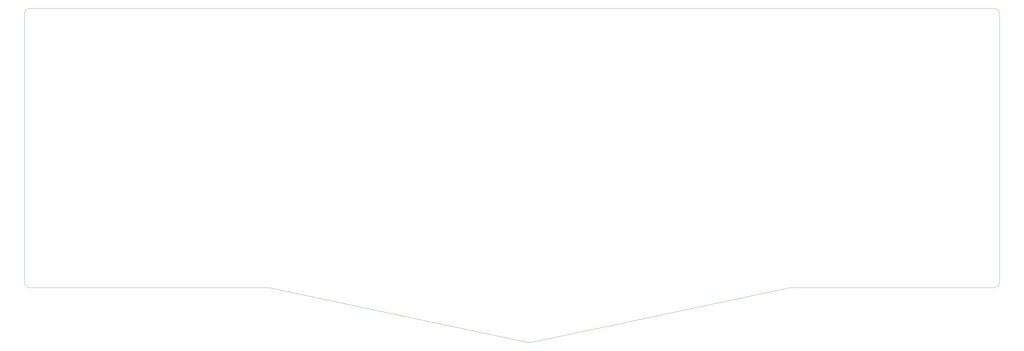
<source format=gbr>
%TF.GenerationSoftware,KiCad,Pcbnew,9.0.3*%
%TF.CreationDate,2025-08-01T16:02:23+05:00*%
%TF.ProjectId,bottom,626f7474-6f6d-42e6-9b69-6361645f7063,rev?*%
%TF.SameCoordinates,Original*%
%TF.FileFunction,Profile,NP*%
%FSLAX46Y46*%
G04 Gerber Fmt 4.6, Leading zero omitted, Abs format (unit mm)*
G04 Created by KiCad (PCBNEW 9.0.3) date 2025-08-01 16:02:23*
%MOMM*%
%LPD*%
G01*
G04 APERTURE LIST*
%TA.AperFunction,Profile*%
%ADD10C,0.050000*%
%TD*%
G04 APERTURE END LIST*
D10*
X38400100Y-84345000D02*
X38400100Y-177500000D01*
X38400100Y-84345000D02*
G75*
G02*
X40400100Y-82345000I2000000J0D01*
G01*
X40400100Y-179500000D02*
G75*
G02*
X38400100Y-177500000I0J2000000D01*
G01*
X374482600Y-82345000D02*
X40400100Y-82345000D01*
X213067164Y-198541623D02*
X123688213Y-179543704D01*
X374482600Y-179500000D02*
X303692808Y-179500000D01*
X374482600Y-82345000D02*
G75*
G02*
X376482600Y-84345000I0J-2000000D01*
G01*
X376482600Y-177500000D02*
G75*
G02*
X374482600Y-179500000I-2000000J0D01*
G01*
X123272393Y-179500000D02*
X40400100Y-179500000D01*
X123272393Y-179500000D02*
G75*
G02*
X123688212Y-179543707I7J-1999800D01*
G01*
X376482600Y-177500000D02*
X376482600Y-84345000D01*
X213898807Y-198541622D02*
G75*
G02*
X213067165Y-198541616I-415807J1956522D01*
G01*
X303276985Y-179543705D02*
X213898807Y-198541622D01*
X303276985Y-179543705D02*
G75*
G02*
X303692808Y-179500000I415815J-1956195D01*
G01*
M02*

</source>
